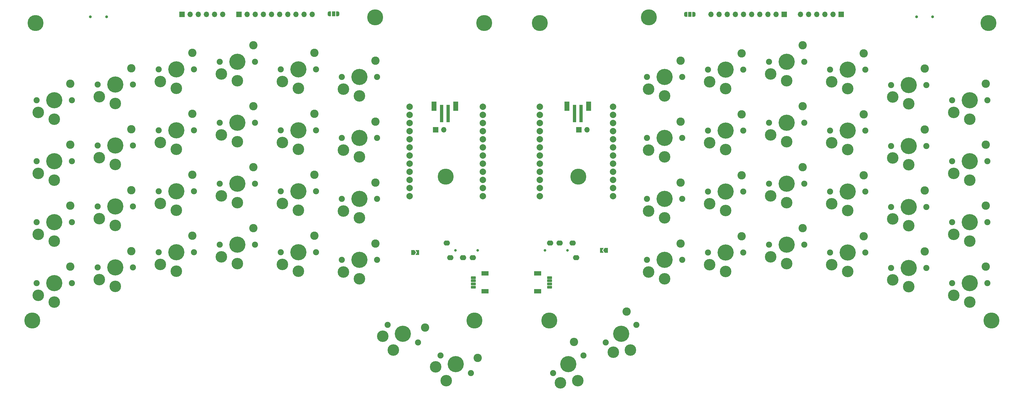
<source format=gts>
%TF.GenerationSoftware,KiCad,Pcbnew,8.0.1*%
%TF.CreationDate,2024-03-27T08:46:19-04:00*%
%TF.ProjectId,split_keyboard,73706c69-745f-46b6-9579-626f6172642e,rev?*%
%TF.SameCoordinates,Original*%
%TF.FileFunction,Soldermask,Top*%
%TF.FilePolarity,Negative*%
%FSLAX46Y46*%
G04 Gerber Fmt 4.6, Leading zero omitted, Abs format (unit mm)*
G04 Created by KiCad (PCBNEW 8.0.1) date 2024-03-27 08:46:19*
%MOMM*%
%LPD*%
G01*
G04 APERTURE LIST*
G04 Aperture macros list*
%AMRoundRect*
0 Rectangle with rounded corners*
0 $1 Rounding radius*
0 $2 $3 $4 $5 $6 $7 $8 $9 X,Y pos of 4 corners*
0 Add a 4 corners polygon primitive as box body*
4,1,4,$2,$3,$4,$5,$6,$7,$8,$9,$2,$3,0*
0 Add four circle primitives for the rounded corners*
1,1,$1+$1,$2,$3*
1,1,$1+$1,$4,$5*
1,1,$1+$1,$6,$7*
1,1,$1+$1,$8,$9*
0 Add four rect primitives between the rounded corners*
20,1,$1+$1,$2,$3,$4,$5,0*
20,1,$1+$1,$4,$5,$6,$7,0*
20,1,$1+$1,$6,$7,$8,$9,0*
20,1,$1+$1,$8,$9,$2,$3,0*%
%AMFreePoly0*
4,1,6,1.000000,0.000000,0.500000,-0.750000,-0.500000,-0.750000,-0.500000,0.750000,0.500000,0.750000,1.000000,0.000000,1.000000,0.000000,$1*%
%AMFreePoly1*
4,1,6,0.500000,-0.750000,-0.650000,-0.750000,-0.150000,0.000000,-0.650000,0.750000,0.500000,0.750000,0.500000,-0.750000,0.500000,-0.750000,$1*%
%AMFreePoly2*
4,1,19,0.550000,-0.750000,0.000000,-0.750000,0.000000,-0.744911,-0.071157,-0.744911,-0.207708,-0.704816,-0.327430,-0.627875,-0.420627,-0.520320,-0.479746,-0.390866,-0.500000,-0.250000,-0.500000,0.250000,-0.479746,0.390866,-0.420627,0.520320,-0.327430,0.627875,-0.207708,0.704816,-0.071157,0.744911,0.000000,0.744911,0.000000,0.750000,0.550000,0.750000,0.550000,-0.750000,0.550000,-0.750000,
$1*%
%AMFreePoly3*
4,1,19,0.000000,0.744911,0.071157,0.744911,0.207708,0.704816,0.327430,0.627875,0.420627,0.520320,0.479746,0.390866,0.500000,0.250000,0.500000,-0.250000,0.479746,-0.390866,0.420627,-0.520320,0.327430,-0.627875,0.207708,-0.704816,0.071157,-0.744911,0.000000,-0.744911,0.000000,-0.750000,-0.550000,-0.750000,-0.550000,0.750000,0.000000,0.750000,0.000000,0.744911,0.000000,0.744911,
$1*%
G04 Aperture macros list end*
%ADD10C,2.900000*%
%ADD11C,5.000000*%
%ADD12C,1.900000*%
%ADD13C,5.050000*%
%ADD14C,2.600000*%
%ADD15C,3.600000*%
%ADD16FreePoly0,180.000000*%
%ADD17FreePoly1,180.000000*%
%ADD18R,1.700000X1.700000*%
%ADD19O,1.700000X1.700000*%
%ADD20C,2.000000*%
%ADD21R,1.600000X3.000000*%
%ADD22R,1.000000X5.500000*%
%ADD23C,0.800000*%
%ADD24O,2.000000X1.600000*%
%ADD25RoundRect,0.101600X-0.675000X0.300000X-0.675000X-0.300000X0.675000X-0.300000X0.675000X0.300000X0*%
%ADD26RoundRect,0.101600X-1.000000X0.600000X-1.000000X-0.600000X1.000000X-0.600000X1.000000X0.600000X0*%
%ADD27FreePoly0,0.000000*%
%ADD28FreePoly1,0.000000*%
%ADD29FreePoly2,180.000000*%
%ADD30R,1.000000X1.500000*%
%ADD31FreePoly3,180.000000*%
%ADD32FreePoly2,0.000000*%
%ADD33FreePoly3,0.000000*%
%ADD34RoundRect,0.101600X0.675000X-0.300000X0.675000X0.300000X-0.675000X0.300000X-0.675000X-0.300000X0*%
%ADD35RoundRect,0.101600X1.000000X-0.600000X1.000000X0.600000X-1.000000X0.600000X-1.000000X-0.600000X0*%
%ADD36C,0.900000*%
G04 APERTURE END LIST*
D10*
%TO.C,H_L3*%
X178963193Y-21100931D03*
D11*
X178963193Y-21100931D03*
%TD*%
D12*
%TO.C,L_SW23*%
X115470000Y-92756250D03*
D13*
X120970000Y-92756250D03*
D14*
X125970000Y-87606250D03*
D12*
X126470000Y-92756250D03*
D15*
X120970000Y-98656250D03*
X115970000Y-96556250D03*
%TD*%
D12*
%TO.C,L_SW2*%
X115470000Y-35606250D03*
D13*
X120970000Y-35606250D03*
D14*
X125970000Y-30456250D03*
D12*
X126470000Y-35606250D03*
D15*
X120970000Y-41506250D03*
X115970000Y-39406250D03*
%TD*%
D10*
%TO.C,H_L4*%
X166963193Y-69100931D03*
D11*
X166963193Y-69100931D03*
%TD*%
D16*
%TO.C,R_JP1*%
X217072071Y-92161116D03*
D17*
X215622071Y-92161116D03*
%TD*%
D12*
%TO.C,L_SW12*%
X134520000Y-57037500D03*
D13*
X140020000Y-57037500D03*
D14*
X145020000Y-51887500D03*
D12*
X145520000Y-57037500D03*
D15*
X140020000Y-62937500D03*
X135020000Y-60837500D03*
%TD*%
D12*
%TO.C,L_SW19*%
X39270000Y-102376500D03*
D13*
X44770000Y-102376500D03*
D14*
X49770000Y-97226500D03*
D12*
X50270000Y-102376500D03*
D15*
X44770000Y-108276500D03*
X39770000Y-106176500D03*
%TD*%
D12*
%TO.C,R_SW19*%
X325020000Y-102376500D03*
D13*
X330520000Y-102376500D03*
D14*
X335520000Y-97226500D03*
D12*
X336020000Y-102376500D03*
D15*
X330520000Y-108276500D03*
X325520000Y-106176500D03*
%TD*%
D12*
%TO.C,L_SW11*%
X115470000Y-54656250D03*
D13*
X120970000Y-54656250D03*
D14*
X125970000Y-49506250D03*
D12*
X126470000Y-54656250D03*
D15*
X120970000Y-60556250D03*
X115970000Y-58456250D03*
%TD*%
D12*
%TO.C,R_SW5*%
X305970000Y-40464000D03*
D13*
X311470000Y-40464000D03*
D14*
X316470000Y-35314000D03*
D12*
X316970000Y-40464000D03*
D15*
X311470000Y-46364000D03*
X306470000Y-44264000D03*
%TD*%
D12*
%TO.C,L_SW4*%
X77370000Y-35606250D03*
D13*
X82870000Y-35606250D03*
D14*
X87870000Y-30456250D03*
D12*
X88370000Y-35606250D03*
D15*
X82870000Y-41506250D03*
X77870000Y-39406250D03*
%TD*%
D18*
%TO.C,L_IOExp_Pinout1*%
X84698971Y-18378012D03*
D19*
X87238971Y-18378012D03*
X89778971Y-18378012D03*
X92318971Y-18378012D03*
X94858971Y-18378012D03*
X97398971Y-18378012D03*
%TD*%
D18*
%TO.C,R_IOExp_Pinout1*%
X290365119Y-18379491D03*
D19*
X287825119Y-18379491D03*
X285285119Y-18379491D03*
X282745119Y-18379491D03*
X280205119Y-18379491D03*
X277665119Y-18379491D03*
%TD*%
D12*
%TO.C,L_SW16*%
X77370000Y-73706250D03*
D13*
X82870000Y-73706250D03*
D14*
X87870000Y-68556250D03*
D12*
X88370000Y-73706250D03*
D15*
X82870000Y-79606250D03*
X77870000Y-77506250D03*
%TD*%
D10*
%TO.C,H_L5*%
X175963193Y-114100931D03*
D11*
X175963193Y-114100931D03*
%TD*%
D12*
%TO.C,R_SW22*%
X267870000Y-90375000D03*
D13*
X273370000Y-90375000D03*
D14*
X278370000Y-85225000D03*
D12*
X278870000Y-90375000D03*
D15*
X273370000Y-96275000D03*
X268370000Y-94175000D03*
%TD*%
D12*
%TO.C,L_SW18*%
X39270000Y-83326500D03*
D13*
X44770000Y-83326500D03*
D14*
X49770000Y-78176500D03*
D12*
X50270000Y-83326500D03*
D15*
X44770000Y-89226500D03*
X39770000Y-87126500D03*
%TD*%
D10*
%TO.C,H_L1*%
X37963193Y-114100931D03*
D11*
X37963193Y-114100931D03*
%TD*%
D12*
%TO.C,L_SW24*%
X134520000Y-95137500D03*
D13*
X140020000Y-95137500D03*
D14*
X145020000Y-89987500D03*
D12*
X145520000Y-95137500D03*
D15*
X140020000Y-101037500D03*
X135020000Y-98937500D03*
%TD*%
D12*
%TO.C,R_SW25*%
X216939832Y-120961016D03*
D13*
X221702971Y-118211016D03*
D14*
X223458098Y-111250985D03*
D12*
X226466111Y-115461016D03*
D15*
X224652971Y-123320566D03*
X219272844Y-124001913D03*
%TD*%
D12*
%TO.C,R_SW11*%
X248820000Y-54751499D03*
D13*
X254320000Y-54751499D03*
D14*
X259320000Y-49601499D03*
D12*
X259820000Y-54751499D03*
D15*
X254320000Y-60651499D03*
X249320000Y-58551499D03*
%TD*%
D18*
%TO.C,R_S3_Pinout1*%
X272585119Y-18379491D03*
D19*
X270045119Y-18379491D03*
X267505119Y-18379491D03*
X264965119Y-18379491D03*
X262425119Y-18379491D03*
X259885119Y-18379491D03*
X257345119Y-18379491D03*
X254805119Y-18379491D03*
X252265119Y-18379491D03*
X249725119Y-18379491D03*
%TD*%
D12*
%TO.C,L_SW13*%
X134520000Y-76087500D03*
D13*
X140020000Y-76087500D03*
D14*
X145020000Y-70937500D03*
D12*
X145520000Y-76087500D03*
D15*
X140020000Y-81987500D03*
X135020000Y-79887500D03*
%TD*%
D12*
%TO.C,R_SW21*%
X286920000Y-92851500D03*
D13*
X292420000Y-92851500D03*
D14*
X297420000Y-87701500D03*
D12*
X297920000Y-92851500D03*
D15*
X292420000Y-98751500D03*
X287420000Y-96651500D03*
%TD*%
D20*
%TO.C,L_T-Display-S3*%
X155700136Y-75184000D03*
X155700136Y-72644000D03*
X155700136Y-70104000D03*
X155700136Y-67564000D03*
X155700136Y-65024000D03*
X155700136Y-62484000D03*
X155700136Y-59944000D03*
X155700136Y-57404000D03*
X155700136Y-54864000D03*
X155700136Y-52324000D03*
X155700136Y-49784000D03*
X155700136Y-47244000D03*
X178562000Y-75184000D03*
X178562000Y-72644000D03*
X178562000Y-70104000D03*
X178562000Y-67564000D03*
X178562000Y-65024000D03*
X178562000Y-62484000D03*
X178562000Y-59944000D03*
X178562000Y-57404000D03*
X178562000Y-54864000D03*
X178562000Y-52324000D03*
X178562000Y-49784000D03*
X178562000Y-47244000D03*
%TD*%
D10*
%TO.C,H_R3*%
X196337892Y-21103888D03*
D11*
X196337892Y-21103888D03*
%TD*%
D12*
%TO.C,R_SW20*%
X305970000Y-97614000D03*
D13*
X311470000Y-97614000D03*
D14*
X316470000Y-92464000D03*
D12*
X316970000Y-97614000D03*
D15*
X311470000Y-103514000D03*
X306470000Y-101414000D03*
%TD*%
D12*
%TO.C,L_SW20*%
X58320000Y-97518750D03*
D13*
X63820000Y-97518750D03*
D14*
X68820000Y-92368750D03*
D12*
X69320000Y-97518750D03*
D15*
X63820000Y-103418750D03*
X58820000Y-101318750D03*
%TD*%
D12*
%TO.C,L_SW22*%
X96420000Y-90375000D03*
D13*
X101920000Y-90375000D03*
D14*
X106920000Y-85225000D03*
D12*
X107420000Y-90375000D03*
D15*
X101920000Y-96275000D03*
X96920000Y-94175000D03*
%TD*%
D12*
%TO.C,L_SW15*%
X96420000Y-71325000D03*
D13*
X101920000Y-71325000D03*
D14*
X106920000Y-66175000D03*
D12*
X107420000Y-71325000D03*
D15*
X101920000Y-77225000D03*
X96920000Y-75125000D03*
%TD*%
D12*
%TO.C,L_SW3*%
X96420000Y-33225000D03*
D13*
X101920000Y-33225000D03*
D14*
X106920000Y-28075000D03*
D12*
X107420000Y-33225000D03*
D15*
X101920000Y-39125000D03*
X96920000Y-37025000D03*
%TD*%
D10*
%TO.C,H_R5*%
X199337892Y-114103888D03*
D11*
X199337892Y-114103888D03*
%TD*%
D12*
%TO.C,L_SW17*%
X58320000Y-78468750D03*
D13*
X63820000Y-78468750D03*
D14*
X68820000Y-73318750D03*
D12*
X69320000Y-78468750D03*
D15*
X63820000Y-84368750D03*
X58820000Y-82268750D03*
%TD*%
D20*
%TO.C,R_T-Display-S3*%
X196347071Y-75181116D03*
X196347071Y-72641116D03*
X196347071Y-70101116D03*
X196347071Y-67561116D03*
X196347071Y-65021116D03*
X196347071Y-62481116D03*
X196347071Y-59941116D03*
X196347071Y-57401116D03*
X196347071Y-54861116D03*
X196347071Y-52321116D03*
X196347071Y-49781116D03*
X196347071Y-47241116D03*
X219208935Y-75181116D03*
X219208935Y-72641116D03*
X219208935Y-70101116D03*
X219208935Y-67561116D03*
X219208935Y-65021116D03*
X219208935Y-62481116D03*
X219208935Y-59941116D03*
X219208935Y-57401116D03*
X219208935Y-54861116D03*
X219208935Y-52321116D03*
X219208935Y-49781116D03*
X219208935Y-47241116D03*
%TD*%
D12*
%TO.C,R_SW12*%
X229770000Y-57037500D03*
D13*
X235270000Y-57037500D03*
D14*
X240270000Y-51887500D03*
D12*
X240770000Y-57037500D03*
D15*
X235270000Y-62937500D03*
X230270000Y-60837500D03*
%TD*%
D12*
%TO.C,R_SW16*%
X286920000Y-73801500D03*
D13*
X292420000Y-73801500D03*
D14*
X297420000Y-68651500D03*
D12*
X297920000Y-73801500D03*
D15*
X292420000Y-79701500D03*
X287420000Y-77601500D03*
%TD*%
D12*
%TO.C,R_SW24*%
X229770000Y-95137500D03*
D13*
X235270000Y-95137500D03*
D14*
X240270000Y-89987500D03*
D12*
X240770000Y-95137500D03*
D15*
X235270000Y-101037500D03*
X230270000Y-98937500D03*
%TD*%
D12*
%TO.C,L_SW7*%
X39270000Y-64276500D03*
D13*
X44770000Y-64276500D03*
D14*
X49770000Y-59126500D03*
D12*
X50270000Y-64276500D03*
D15*
X44770000Y-70176500D03*
X39770000Y-68076500D03*
%TD*%
D10*
%TO.C,H_R1*%
X337337892Y-114103888D03*
D11*
X337337892Y-114103888D03*
%TD*%
D21*
%TO.C,L_BAT_EXT1*%
X163300136Y-47119000D03*
X170100136Y-47119000D03*
D22*
X165700136Y-49369000D03*
X167700136Y-49369000D03*
%TD*%
D12*
%TO.C,R_SW15*%
X267870000Y-71325000D03*
D13*
X273370000Y-71325000D03*
D14*
X278370000Y-66175000D03*
D12*
X278870000Y-71325000D03*
D15*
X273370000Y-77225000D03*
X268370000Y-75125000D03*
%TD*%
D12*
%TO.C,R_SW4*%
X286920000Y-35701500D03*
D13*
X292420000Y-35701500D03*
D14*
X297420000Y-30551500D03*
D12*
X297920000Y-35701500D03*
D15*
X292420000Y-41601500D03*
X287420000Y-39501500D03*
%TD*%
D18*
%TO.C,R_BAT_EXT2*%
X208534000Y-54508400D03*
D19*
X211074000Y-54508400D03*
%TD*%
D12*
%TO.C,R_SW2*%
X248820000Y-35701500D03*
D13*
X254320000Y-35701500D03*
D14*
X259320000Y-30551500D03*
D12*
X259820000Y-35701500D03*
D15*
X254320000Y-41601500D03*
X249320000Y-39501500D03*
%TD*%
D12*
%TO.C,L_SW8*%
X58320000Y-59418750D03*
D13*
X63820000Y-59418750D03*
D14*
X68820000Y-54268750D03*
D12*
X69320000Y-59418750D03*
D15*
X63820000Y-65318750D03*
X58820000Y-63218750D03*
%TD*%
D12*
%TO.C,R_SW7*%
X325020000Y-64276500D03*
D13*
X330520000Y-64276500D03*
D14*
X335520000Y-59126500D03*
D12*
X336020000Y-64276500D03*
D15*
X330520000Y-70176500D03*
X325520000Y-68076500D03*
%TD*%
D23*
%TO.C,R_TRRS1*%
X197947071Y-92161116D03*
X204947071Y-92161116D03*
D24*
X207647071Y-94461116D03*
X206547071Y-89861116D03*
X202547071Y-89861116D03*
X199547071Y-89861116D03*
%TD*%
D12*
%TO.C,R_SW3*%
X267870000Y-33225000D03*
D13*
X273370000Y-33225000D03*
D14*
X278370000Y-28075000D03*
D12*
X278870000Y-33225000D03*
D15*
X273370000Y-39125000D03*
X268370000Y-37025000D03*
%TD*%
D25*
%TO.C,R_J1*%
X199347071Y-100661116D03*
X199347071Y-101661116D03*
X199347071Y-102661116D03*
X199347071Y-103661116D03*
D26*
X195672071Y-104961116D03*
X195672071Y-99361116D03*
%TD*%
D12*
%TO.C,R_SW9*%
X286920000Y-54751499D03*
D13*
X292420000Y-54751499D03*
D14*
X297420000Y-49601499D03*
D12*
X297920000Y-54751499D03*
D15*
X292420000Y-60651499D03*
X287420000Y-58551499D03*
%TD*%
D27*
%TO.C,L_JP1*%
X156718000Y-92837000D03*
D28*
X158168000Y-92837000D03*
%TD*%
D29*
%TO.C,R_JP2*%
X244451119Y-18379491D03*
D30*
X243151119Y-18379491D03*
D31*
X241851119Y-18379491D03*
%TD*%
D10*
%TO.C,H_R6*%
X230337892Y-19353888D03*
D11*
X230337892Y-19353888D03*
%TD*%
D12*
%TO.C,R_SW10*%
X267870000Y-52275000D03*
D13*
X273370000Y-52275000D03*
D14*
X278370000Y-47125000D03*
D12*
X278870000Y-52275000D03*
D15*
X273370000Y-58175000D03*
X268370000Y-56075000D03*
%TD*%
D12*
%TO.C,L_SW25*%
X148821791Y-115458059D03*
D13*
X153584930Y-118208059D03*
D14*
X160490057Y-116248028D03*
D12*
X158348070Y-120958059D03*
D15*
X150634930Y-123317609D03*
X147354803Y-118998956D03*
%TD*%
D32*
%TO.C,L_JP2*%
X130672971Y-18220012D03*
D30*
X131972971Y-18220012D03*
D33*
X133272971Y-18220012D03*
%TD*%
D12*
%TO.C,R_SW6*%
X325020000Y-45226500D03*
D13*
X330520000Y-45226500D03*
D14*
X335520000Y-40076500D03*
D12*
X336020000Y-45226500D03*
D15*
X330520000Y-51126500D03*
X325520000Y-49026500D03*
%TD*%
D18*
%TO.C,L_BAT_EXT2*%
X163825000Y-54508400D03*
D19*
X166365000Y-54508400D03*
%TD*%
D10*
%TO.C,H_L6*%
X144963193Y-19350931D03*
D11*
X144963193Y-19350931D03*
%TD*%
D12*
%TO.C,L_SW9*%
X77370000Y-54656250D03*
D13*
X82870000Y-54656250D03*
D14*
X87870000Y-49506250D03*
D12*
X88370000Y-54656250D03*
D15*
X82870000Y-60556250D03*
X77870000Y-58456250D03*
%TD*%
D12*
%TO.C,L_SW14*%
X115470000Y-73706250D03*
D13*
X120970000Y-73706250D03*
D14*
X125970000Y-68556250D03*
D12*
X126470000Y-73706250D03*
D15*
X120970000Y-79606250D03*
X115970000Y-77506250D03*
%TD*%
D12*
%TO.C,L_SW6*%
X39270000Y-45226500D03*
D13*
X44770000Y-45226500D03*
D14*
X49770000Y-40076500D03*
D12*
X50270000Y-45226500D03*
D15*
X44770000Y-51126500D03*
X39770000Y-49026500D03*
%TD*%
D12*
%TO.C,R_SW14*%
X248820000Y-73801500D03*
D13*
X254320000Y-73801500D03*
D14*
X259320000Y-68651500D03*
D12*
X259820000Y-73801500D03*
D15*
X254320000Y-79701500D03*
X249320000Y-77601500D03*
%TD*%
D23*
%TO.C,TRRS_L1*%
X176985971Y-92159637D03*
X169985971Y-92159637D03*
D24*
X167285971Y-89859637D03*
X168385971Y-94459637D03*
X172385971Y-94459637D03*
X175385971Y-94459637D03*
%TD*%
D12*
%TO.C,R_SW18*%
X325020000Y-83326500D03*
D13*
X330520000Y-83326500D03*
D14*
X335520000Y-78176500D03*
D12*
X336020000Y-83326500D03*
D15*
X330520000Y-89226500D03*
X325520000Y-87126500D03*
%TD*%
D12*
%TO.C,L_SW10*%
X96420000Y-52275000D03*
D13*
X101920000Y-52275000D03*
D14*
X106920000Y-47125000D03*
D12*
X107420000Y-52275000D03*
D15*
X101920000Y-58175000D03*
X96920000Y-56075000D03*
%TD*%
D12*
%TO.C,R_SW23*%
X248820000Y-92851500D03*
D13*
X254320000Y-92851500D03*
D14*
X259320000Y-87701500D03*
D12*
X259820000Y-92851500D03*
D15*
X254320000Y-98751500D03*
X249320000Y-96651500D03*
%TD*%
D18*
%TO.C,L_S3_Pinout1*%
X102478971Y-18378012D03*
D19*
X105018971Y-18378012D03*
X107558971Y-18378012D03*
X110098971Y-18378012D03*
X112638971Y-18378012D03*
X115178971Y-18378012D03*
X117718971Y-18378012D03*
X120258971Y-18378012D03*
X122798971Y-18378012D03*
X125338971Y-18378012D03*
%TD*%
D12*
%TO.C,R_SW26*%
X200455232Y-130486016D03*
D13*
X205218371Y-127736016D03*
D14*
X206973498Y-120775985D03*
D12*
X209981511Y-124986016D03*
D15*
X208168371Y-132845566D03*
X202788244Y-133526913D03*
%TD*%
D12*
%TO.C,R_SW1*%
X229770000Y-37987500D03*
D13*
X235270000Y-37987500D03*
D14*
X240270000Y-32837500D03*
D12*
X240770000Y-37987500D03*
D15*
X235270000Y-43887500D03*
X230270000Y-41787500D03*
%TD*%
D12*
%TO.C,L_SW1*%
X134520000Y-37987500D03*
D13*
X140020000Y-37987500D03*
D14*
X145020000Y-32837500D03*
D12*
X145520000Y-37987500D03*
D15*
X140020000Y-43887500D03*
X135020000Y-41787500D03*
%TD*%
D34*
%TO.C,L_J1*%
X175585971Y-103659637D03*
X175585971Y-102659637D03*
X175585971Y-101659637D03*
X175585971Y-100659637D03*
D35*
X179260971Y-99359637D03*
X179260971Y-104959637D03*
%TD*%
D12*
%TO.C,R_SW8*%
X305970000Y-59514000D03*
D13*
X311470000Y-59514000D03*
D14*
X316470000Y-54364000D03*
D12*
X316970000Y-59514000D03*
D15*
X311470000Y-65414000D03*
X306470000Y-63314000D03*
%TD*%
D10*
%TO.C,H_R2*%
X336337892Y-21103888D03*
D11*
X336337892Y-21103888D03*
%TD*%
D12*
%TO.C,L_SW5*%
X58320000Y-40368750D03*
D13*
X63820000Y-40368750D03*
D14*
X68820000Y-35218750D03*
D12*
X69320000Y-40368750D03*
D15*
X63820000Y-46268750D03*
X58820000Y-44168750D03*
%TD*%
D10*
%TO.C,H_L2*%
X38963193Y-21100931D03*
D11*
X38963193Y-21100931D03*
%TD*%
D12*
%TO.C,R_SW17*%
X305970000Y-78564000D03*
D13*
X311470000Y-78564000D03*
D14*
X316470000Y-73414000D03*
D12*
X316970000Y-78564000D03*
D15*
X311470000Y-84464000D03*
X306470000Y-82364000D03*
%TD*%
D10*
%TO.C,H_R4*%
X208337892Y-69103888D03*
D11*
X208337892Y-69103888D03*
%TD*%
D12*
%TO.C,L_SW26*%
X165319575Y-124983059D03*
D13*
X170082714Y-127733059D03*
D14*
X176987841Y-125773028D03*
D12*
X174845854Y-130483059D03*
D15*
X167132714Y-132842609D03*
X163852587Y-128523956D03*
%TD*%
D12*
%TO.C,R_SW13*%
X229770000Y-76087500D03*
D13*
X235270000Y-76087500D03*
D14*
X240270000Y-70937500D03*
D12*
X240770000Y-76087500D03*
D15*
X235270000Y-81987500D03*
X230270000Y-79887500D03*
%TD*%
D21*
%TO.C,R_BAT_EXT1*%
X204808935Y-47116116D03*
X211608935Y-47116116D03*
D22*
X207208935Y-49366116D03*
X209208935Y-49366116D03*
%TD*%
D12*
%TO.C,L_SW21*%
X77370000Y-92756250D03*
D13*
X82870000Y-92756250D03*
D14*
X87870000Y-87606250D03*
D12*
X88370000Y-92756250D03*
D15*
X82870000Y-98656250D03*
X77870000Y-96556250D03*
%TD*%
D36*
%TO.C,L_SWB1*%
X56085971Y-19159637D03*
X61085971Y-19159637D03*
%TD*%
%TO.C,R_SWB1*%
X313952512Y-19161116D03*
X318952512Y-19161116D03*
%TD*%
M02*

</source>
